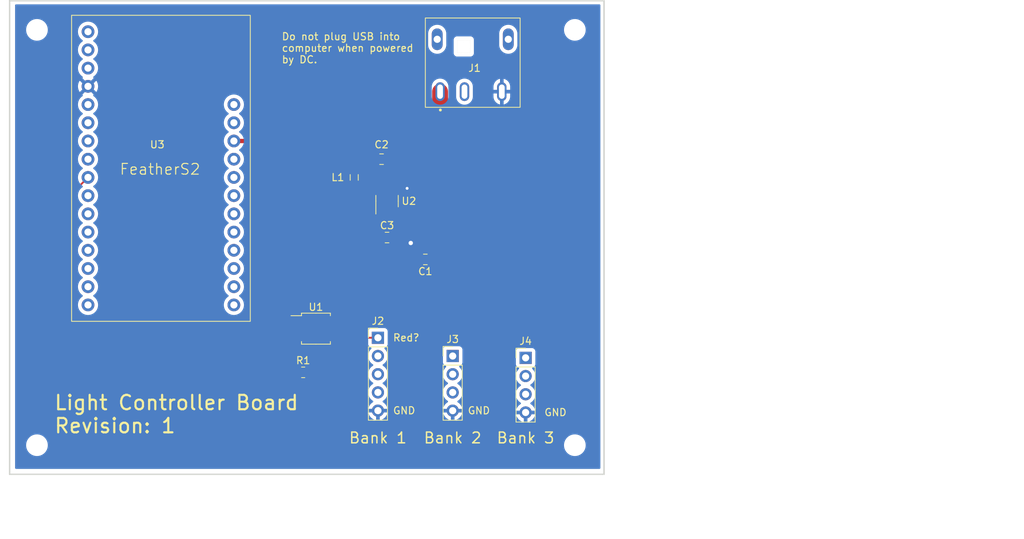
<source format=kicad_pcb>
(kicad_pcb (version 20211014) (generator pcbnew)
  (title_block (rev "1"))
  (layers (0 "F.Cu" signal) (31 "B.Cu" signal) (34 "B.Paste" user) (35 "F.Paste" user) (36 "B.SilkS" user "B.Silkscreen") (37 "F.SilkS" user "F.Silkscreen") (38 "B.Mask" user) (39 "F.Mask" user) (44 "Edge.Cuts" user))
  (net 0 "")
  (net 1 "+24V")
  (net 2 "GND")
  (net 3 "Net-(C2-Pad1)")
  (net 4 "Net-(C2-Pad2)")
  (net 5 "+5V")
  (net 6 "LIGHT1_VIN")
  (net 16 "LIGHT1_CTL")
  (net 42 "Net-(R1-Pad1)")
  (footprint "Resistor_SMD:R_0805_2012Metric" (layer "F.Cu") (at 133.858 100.33)
    (fp_text reference "R1" (at 0 -1.65) (layer "F.SilkS"))
    (fp_text value "3K3")
    (fp_line (start -0.227064 0.735) (end 0.227064 0.735) (layer "F.SilkS") (width 0.12))
    (fp_line (start -0.227064 -0.735) (end 0.227064 -0.735) (layer "F.SilkS") (width 0.12))
    (pad "1" smd roundrect (at -0.9125 0) (size 1.025 1.4) (layers "F.Cu" "F.Paste" "F.Mask") (roundrect_rratio 0.243902) (net 42 "Net-(R1-Pad1)"))
    (pad "2" smd roundrect (at 0.9125 0) (size 1.025 1.4) (layers "F.Cu" "F.Paste" "F.Mask") (roundrect_rratio 0.243902) (net 2 "GND"))
  )
  (footprint "cmumford:FeatherS2" (layer "F.Cu") (at 114.046 71.882)
    (fp_text reference "U3" (at -0.508 -3.302 180) (layer "F.SilkS"))
    (fp_text value "FeatherS2")
    (fp_text user "FeatherS2" (at -0.127 0.127 unlocked) (layer "F.SilkS") (effects (font (size 1.5 1.5))))
    (fp_rect (start -12.446 -21.336) (end 12.446 21.336) (layer "F.SilkS") (width 0.12) (fill none))
    (pad "1" thru_hole circle (at -10.16 -19.05 180) (size 1.778 1.778) (drill 1) (layers *.Cu *.Mask))
    (pad "2" thru_hole circle (at -10.16 -16.51 180) (size 1.778 1.778) (drill 1) (layers *.Cu *.Mask))
    (pad "3" thru_hole circle (at -10.16 -13.97 180) (size 1.778 1.778) (drill 1) (layers *.Cu *.Mask))
    (pad "4" thru_hole circle (at -10.16 -11.43 180) (size 1.778 1.778) (drill 1) (layers *.Cu *.Mask) (net 2 "GND"))
    (pad "5" thru_hole circle (at -10.16 -8.89 180) (size 1.778 1.778) (drill 1) (layers *.Cu *.Mask))
    (pad "6" thru_hole circle (at -10.16 -6.35 180) (size 1.778 1.778) (drill 1) (layers *.Cu *.Mask))
    (pad "7" thru_hole circle (at -10.16 -3.81 180) (size 1.778 1.778) (drill 1) (layers *.Cu *.Mask))
    (pad "8" thru_hole circle (at -10.16 -1.27 180) (size 1.778 1.778) (drill 1) (layers *.Cu *.Mask))
    (pad "9" thru_hole circle (at -10.16 1.27 180) (size 1.778 1.778) (drill 1) (layers *.Cu *.Mask) (net 16 "LIGHT1_CTL"))
    (pad "10" thru_hole circle (at -10.16 3.81 180) (size 1.778 1.778) (drill 1) (layers *.Cu *.Mask))
    (pad "11" thru_hole circle (at -10.16 6.35 180) (size 1.778 1.778) (drill 1) (layers *.Cu *.Mask))
    (pad "12" thru_hole circle (at -10.16 8.89 180) (size 1.778 1.778) (drill 1) (layers *.Cu *.Mask))
    (pad "13" thru_hole circle (at -10.16 11.43 180) (size 1.778 1.778) (drill 1) (layers *.Cu *.Mask))
    (pad "14" thru_hole circle (at -10.16 13.97 180) (size 1.778 1.778) (drill 1) (layers *.Cu *.Mask))
    (pad "15" thru_hole circle (at -10.16 16.51 180) (size 1.778 1.778) (drill 1) (layers *.Cu *.Mask))
    (pad "16" thru_hole circle (at -10.16 19.05 180) (size 1.778 1.778) (drill 1) (layers *.Cu *.Mask))
    (pad "17" thru_hole circle (at 10.16 19.05 180) (size 1.778 1.778) (drill 1) (layers *.Cu *.Mask))
    (pad "18" thru_hole circle (at 10.16 16.51 180) (size 1.778 1.778) (drill 1) (layers *.Cu *.Mask))
    (pad "19" thru_hole circle (at 10.16 13.97 180) (size 1.778 1.778) (drill 1) (layers *.Cu *.Mask))
    (pad "20" thru_hole circle (at 10.16 11.43 180) (size 1.778 1.778) (drill 1) (layers *.Cu *.Mask))
    (pad "21" thru_hole circle (at 10.16 8.89 180) (size 1.778 1.778) (drill 1) (layers *.Cu *.Mask))
    (pad "22" thru_hole circle (at 10.16 6.35 180) (size 1.778 1.778) (drill 1) (layers *.Cu *.Mask))
    (pad "23" thru_hole circle (at 10.16 3.81 180) (size 1.778 1.778) (drill 1) (layers *.Cu *.Mask))
    (pad "24" thru_hole circle (at 10.16 1.27 180) (size 1.778 1.778) (drill 1) (layers *.Cu *.Mask))
    (pad "25" thru_hole circle (at 10.16 -1.27 180) (size 1.778 1.778) (drill 1) (layers *.Cu *.Mask))
    (pad "26" thru_hole circle (at 10.16 -3.81 180) (size 1.778 1.778) (drill 1) (layers *.Cu *.Mask) (net 5 "+5V"))
    (pad "27" thru_hole circle (at 10.16 -6.35 180) (size 1.778 1.778) (drill 1) (layers *.Cu *.Mask))
    (pad "28" thru_hole circle (at 10.16 -8.89 180) (size 1.778 1.778) (drill 1) (layers *.Cu *.Mask))
  )
  (footprint "Capacitor_SMD:C_0805_2012Metric" (layer "F.Cu") (at 150.876 84.582 180)
    (fp_text reference "C1" (at 0 -1.68) (layer "F.SilkS"))
    (fp_text value "10µF")
    (fp_line (start -0.261252 -0.735) (end 0.261252 -0.735) (layer "F.SilkS") (width 0.12))
    (fp_line (start -0.261252 0.735) (end 0.261252 0.735) (layer "F.SilkS") (width 0.12))
    (pad "1" smd roundrect (at -0.95 0 180) (size 1 1.45) (layers "F.Cu" "F.Paste" "F.Mask") (net 1 "+24V"))
    (pad "2" smd roundrect (at 0.95 0 180) (size 1 1.45) (layers "F.Cu" "F.Paste" "F.Mask") (net 2 "GND"))
  )
  (footprint "Capacitor_SMD:C_0805_2012Metric" (layer "F.Cu") (at 144.78 70.612 180)
    (fp_text reference "C2" (at 0 2.032) (layer "F.SilkS"))
    (fp_text value "100nF")
    (fp_line (start -0.261252 -0.735) (end 0.261252 -0.735) (layer "F.SilkS") (width 0.12))
    (fp_line (start -0.261252 0.735) (end 0.261252 0.735) (layer "F.SilkS") (width 0.12))
    (pad "1" smd roundrect (at -0.95 0 180) (size 1 1.45) (layers "F.Cu" "F.Paste" "F.Mask") (net 3 "Net-(C2-Pad1)"))
    (pad "2" smd roundrect (at 0.95 0 180) (size 1 1.45) (layers "F.Cu" "F.Paste" "F.Mask") (net 4 "Net-(C2-Pad2)"))
  )
  (footprint "Connector_PinHeader_2.54mm:PinHeader_1x05_P2.54mm_Vertical" (layer "F.Cu") (at 144.272 95.509)
    (fp_text reference "J2" (at 0 -2.33) (layer "F.SilkS"))
    (fp_text value "Light bank 1")
    (fp_line (start -1.33 1.27) (end 1.33 1.27) (layer "F.SilkS") (width 0.12))
    (fp_line (start -1.33 11.49) (end 1.33 11.49) (layer "F.SilkS") (width 0.12))
    (fp_line (start -1.33 1.27) (end -1.33 11.49) (layer "F.SilkS") (width 0.12))
    (fp_line (start -1.33 0) (end -1.33 -1.33) (layer "F.SilkS") (width 0.12))
    (fp_line (start -1.33 -1.33) (end 0 -1.33) (layer "F.SilkS") (width 0.12))
    (fp_line (start 1.33 1.27) (end 1.33 11.49) (layer "F.SilkS") (width 0.12))
    (pad "1" thru_hole rect (at 0 0) (size 1.7 1.7) (drill 1) (layers *.Cu *.Mask) (net 6 "LIGHT1_VIN"))
    (pad "2" thru_hole oval (at 0 2.54) (size 1.7 1.7) (drill 1) (layers *.Cu *.Mask))
    (pad "3" thru_hole oval (at 0 5.08) (size 1.7 1.7) (drill 1) (layers *.Cu *.Mask))
    (pad "4" thru_hole oval (at 0 7.62) (size 1.7 1.7) (drill 1) (layers *.Cu *.Mask))
    (pad "5" thru_hole oval (at 0 10.16) (size 1.7 1.7) (drill 1) (layers *.Cu *.Mask) (net 2 "GND"))
  )
  (footprint "Inductor_SMD:L_0805_2012Metric" (layer "F.Cu") (at 140.97 73.152 -90)
    (fp_text reference "L1" (at 0 2.286 180) (layer "F.SilkS"))
    (fp_text value "4.7µH")
    (fp_line (start -0.399622 -0.56) (end 0.399622 -0.56) (layer "F.SilkS") (width 0.12))
    (fp_line (start -0.399622 0.56) (end 0.399622 0.56) (layer "F.SilkS") (width 0.12))
    (pad "1" smd roundrect (at -1.0625 0 270) (size 0.875 1.2) (layers "F.Cu" "F.Paste" "F.Mask") (net 4 "Net-(C2-Pad2)"))
    (pad "2" smd roundrect (at 1.0625 0 270) (size 0.875 1.2) (layers "F.Cu" "F.Paste" "F.Mask") (net 5 "+5V"))
  )
  (footprint "Package_SO:SOP-4_3.8x4.1mm_P2.54mm" (layer "F.Cu") (at 135.636 94.234)
    (fp_text reference "U1" (at 0 -3) (layer "F.SilkS"))
    (fp_text value "CPC1002N")
    (fp_line (start 2.01 -2.16) (end 2.01 -1.805) (layer "F.SilkS") (width 0.12))
    (fp_line (start 0 2.16) (end -2.01 2.16) (layer "F.SilkS") (width 0.12))
    (fp_line (start -2.01 -2.16) (end -2.01 -1.805) (layer "F.SilkS") (width 0.12))
    (fp_line (start -2.01 2.16) (end -2.01 1.805) (layer "F.SilkS") (width 0.12))
    (fp_line (start 0 -2.16) (end 2.01 -2.16) (layer "F.SilkS") (width 0.12))
    (fp_line (start 0 -2.16) (end -2.01 -2.16) (layer "F.SilkS") (width 0.12))
    (fp_line (start -2.01 -1.805) (end -3.475 -1.805) (layer "F.SilkS") (width 0.12))
    (fp_line (start 0 2.16) (end 2.01 2.16) (layer "F.SilkS") (width 0.12))
    (fp_line (start 2.01 2.16) (end 2.01 1.805) (layer "F.SilkS") (width 0.12))
    (pad "1" smd roundrect (at -2.75 -1.27) (size 1.45 0.55) (layers "F.Cu" "F.Paste" "F.Mask") (net 16 "LIGHT1_CTL"))
    (pad "2" smd roundrect (at -2.75 1.27) (size 1.45 0.55) (layers "F.Cu" "F.Paste" "F.Mask") (net 42 "Net-(R1-Pad1)"))
    (pad "3" smd roundrect (at 2.75 1.27) (size 1.45 0.55) (layers "F.Cu" "F.Paste" "F.Mask") (net 6 "LIGHT1_VIN"))
    (pad "4" smd roundrect (at 2.75 -1.27) (size 1.45 0.55) (layers "F.Cu" "F.Paste" "F.Mask") (net 1 "+24V"))
  )
  (footprint "Package_TO_SOT_SMD:TSOT-23-6" (layer "F.Cu") (at 145.542 76.454 90)
    (fp_text reference "U2" (at 0 3.048 180) (layer "F.SilkS"))
    (fp_text value "AP63205WU")
    (fp_line (start 0 1.56) (end 0.8 1.56) (layer "F.SilkS") (width 0.12))
    (fp_line (start 0 -1.56) (end 0.8 -1.56) (layer "F.SilkS") (width 0.12))
    (fp_line (start 0 1.56) (end -0.8 1.56) (layer "F.SilkS") (width 0.12))
    (fp_line (start 0 -1.56) (end -1.8 -1.56) (layer "F.SilkS") (width 0.12))
    (pad "1" smd roundrect (at -1.1375 -0.95 90) (size 1.325 0.6) (layers "F.Cu" "F.Paste" "F.Mask") (net 5 "+5V"))
    (pad "2" smd roundrect (at -1.1375 0 90) (size 1.325 0.6) (layers "F.Cu" "F.Paste" "F.Mask") (net 1 "+24V"))
    (pad "3" smd roundrect (at -1.1375 0.95 90) (size 1.325 0.6) (layers "F.Cu" "F.Paste" "F.Mask") (net 1 "+24V"))
    (pad "4" smd roundrect (at 1.1375 0.95 90) (size 1.325 0.6) (layers "F.Cu" "F.Paste" "F.Mask") (net 2 "GND"))
    (pad "5" smd roundrect (at 1.1375 0 90) (size 1.325 0.6) (layers "F.Cu" "F.Paste" "F.Mask") (net 3 "Net-(C2-Pad1)"))
    (pad "6" smd roundrect (at 1.1375 -0.95 90) (size 1.325 0.6) (layers "F.Cu" "F.Paste" "F.Mask") (net 4 "Net-(C2-Pad2)"))
  )
  (footprint "MountingHole:MountingHole_2mm" (layer "F.Cu") (at 96.774 52.578)
    (fp_text reference "H3" hide)
    (fp_text value "MountingHole")
    (pad "" np_thru_hole circle (at 0 0) (size 2 2) (drill 2) (layers *.Cu *.Mask))
  )
  (footprint "Connector_PinHeader_2.54mm:PinHeader_1x04_P2.54mm_Vertical" (layer "F.Cu") (at 164.846 98.308)
    (fp_text reference "J4" (at 0 -2.33) (layer "F.SilkS"))
    (fp_text value "Light Bank 3")
    (fp_line (start -1.33 1.27) (end 1.33 1.27) (layer "F.SilkS") (width 0.12))
    (fp_line (start -1.33 -1.33) (end 0 -1.33) (layer "F.SilkS") (width 0.12))
    (fp_line (start -1.33 0) (end -1.33 -1.33) (layer "F.SilkS") (width 0.12))
    (fp_line (start -1.33 8.95) (end 1.33 8.95) (layer "F.SilkS") (width 0.12))
    (fp_line (start -1.33 1.27) (end -1.33 8.95) (layer "F.SilkS") (width 0.12))
    (fp_line (start 1.33 1.27) (end 1.33 8.95) (layer "F.SilkS") (width 0.12))
    (pad "1" thru_hole rect (at 0 0) (size 1.7 1.7) (drill 1) (layers *.Cu *.Mask))
    (pad "2" thru_hole oval (at 0 2.54) (size 1.7 1.7) (drill 1) (layers *.Cu *.Mask))
    (pad "3" thru_hole oval (at 0 5.08) (size 1.7 1.7) (drill 1) (layers *.Cu *.Mask))
    (pad "4" thru_hole oval (at 0 7.62) (size 1.7 1.7) (drill 1) (layers *.Cu *.Mask) (net 2 "GND"))
  )
  (footprint "MountingHole:MountingHole_2mm" (layer "F.Cu") (at 96.774 110.49)
    (fp_text reference "H4" hide)
    (fp_text value "MountingHole")
    (pad "" np_thru_hole circle (at 0 0) (size 2 2) (drill 2) (layers *.Cu *.Mask))
  )
  (footprint "MountingHole:MountingHole_2mm" (layer "F.Cu") (at 171.704 110.49)
    (fp_text reference "H2" hide)
    (fp_text value "MountingHole")
    (pad "" np_thru_hole circle (at 0 0) (size 2 2) (drill 2) (layers *.Cu *.Mask))
  )
  (footprint "Connector_PinHeader_2.54mm:PinHeader_1x04_P2.54mm_Vertical" (layer "F.Cu") (at 154.686 98.054)
    (fp_text reference "J3" (at 0 -2.33) (layer "F.SilkS"))
    (fp_text value "Light Bank 2")
    (fp_line (start -1.33 8.95) (end 1.33 8.95) (layer "F.SilkS") (width 0.12))
    (fp_line (start 1.33 1.27) (end 1.33 8.95) (layer "F.SilkS") (width 0.12))
    (fp_line (start -1.33 -1.33) (end 0 -1.33) (layer "F.SilkS") (width 0.12))
    (fp_line (start -1.33 0) (end -1.33 -1.33) (layer "F.SilkS") (width 0.12))
    (fp_line (start -1.33 1.27) (end -1.33 8.95) (layer "F.SilkS") (width 0.12))
    (fp_line (start -1.33 1.27) (end 1.33 1.27) (layer "F.SilkS") (width 0.12))
    (pad "1" thru_hole rect (at 0 0) (size 1.7 1.7) (drill 1) (layers *.Cu *.Mask))
    (pad "2" thru_hole oval (at 0 2.54) (size 1.7 1.7) (drill 1) (layers *.Cu *.Mask))
    (pad "3" thru_hole oval (at 0 5.08) (size 1.7 1.7) (drill 1) (layers *.Cu *.Mask))
    (pad "4" thru_hole oval (at 0 7.62) (size 1.7 1.7) (drill 1) (layers *.Cu *.Mask) (net 2 "GND"))
  )
  (footprint "Capacitor_SMD:C_0805_2012Metric" (layer "F.Cu") (at 145.542 81.534)
    (fp_text reference "C3" (at 0 -1.68) (layer "F.SilkS"))
    (fp_text value "2x22µF")
    (fp_line (start -0.261252 -0.735) (end 0.261252 -0.735) (layer "F.SilkS") (width 0.12))
    (fp_line (start -0.261252 0.735) (end 0.261252 0.735) (layer "F.SilkS") (width 0.12))
    (pad "1" smd roundrect (at -0.95 0) (size 1 1.45) (layers "F.Cu" "F.Paste" "F.Mask") (net 5 "+5V"))
    (pad "2" smd roundrect (at 0.95 0) (size 1 1.45) (layers "F.Cu" "F.Paste" "F.Mask") (net 2 "GND"))
  )
  (footprint "MountingHole:MountingHole_2mm" (layer "F.Cu") (at 171.704 52.578)
    (fp_text reference "H1" hide)
    (fp_text value "MountingHole")
    (pad "" np_thru_hole circle (at 0 0) (size 2 2) (drill 2) (layers *.Cu *.Mask))
  )
  (footprint "cmumford:PJ-051AH" (layer "F.Cu") (at 157.48 56.642 90)
    (fp_text reference "J1" (at -1.27 0.254 180) (layer "F.SilkS") (effects (font (size 1.000488 1.000488))))
    (fp_text value "PJ-051AH")
    (fp_rect (start -6.731 -6.604) (end 5.715 6.604) (layer "F.SilkS") (width 0.12) (fill none))
    (fp_circle (center -7.112 -4.51) (end -7.012 -4.51) (layer "F.SilkS") (width 0.2) (fill none))
    (fp_line (start 2.65 -0.35) (end 0.85 -0.35) (layer "Edge.Cuts") (width 0.01))
    (fp_line (start 0.85 -2.15) (end 2.65 -2.15) (layer "Edge.Cuts") (width 0.01))
    (fp_line (start 0.85 -0.35) (end 0.85 -2.15) (layer "Edge.Cuts") (width 0.01))
    (fp_line (start 2.65 -2.15) (end 2.65 -0.35) (layer "Edge.Cuts") (width 0.01))
    (pad "" np_thru_hole circle (at 1.75 -1.25 90) (size 1.3 1.3) (drill 1.3) (layers *.Cu *.Mask))
    (pad "1" thru_hole oval (at -4.55 -4.55 90) (size 2.616 1.308) (drill oval 2 0.8) (layers *.Cu *.Mask) (net 1 "+24V"))
    (pad "2" thru_hole oval (at -4.55 4.05 90) (size 2.616 1.308) (drill oval 2 0.8) (layers *.Cu *.Mask) (net 2 "GND"))
    (pad "3" thru_hole oval (at -4.55 -1.15 90) (size 2.616 1.308) (drill oval 2 0.8) (layers *.Cu *.Mask))
    (pad "S1" thru_hole oval (at 2.75 -4.95 90) (size 3.016 1.508) (drill 1) (layers *.Cu *.Mask))
    (pad "S2" thru_hole oval (at 2.75 4.95 90) (size 3.016 1.508) (drill 1) (layers *.Cu *.Mask))
  )
  (gr_rect (start 92.964 48.514) (end 175.768 114.554) (layer "Edge.Cuts") (width 0.2) (fill none))
  (gr_text "Bank 1" (at 144.272 109.474) (layer "F.SilkS") (effects (font (size 1.5 1.5) (thickness 0.2))))
  (gr_text "Bank 3" (at 164.846 109.474) (layer "F.SilkS") (effects (font (size 1.5 1.5) (thickness 0.2))))
  (gr_text "GND" (at 146.304 105.664) (layer "F.SilkS") (effects (font (size 1 1)) (justify left)))
  (gr_text "Bank 2" (at 154.686 109.474) (layer "F.SilkS") (effects (font (size 1.5 1.5) (thickness 0.2))))
  (gr_text "Red?" (at 146.304 95.504) (layer "F.SilkS") (effects (font (size 1 1)) (justify left)))
  (gr_text "GND" (at 167.386 105.918) (layer "F.SilkS") (effects (font (size 1 1)) (justify left)))
  (gr_text "Light Controller Board\nRevision: ${REVISION}" (at 99.06 106.172) (layer "F.SilkS") (effects (font (size 2 2) (thickness 0.3)) (justify left)))
  (gr_text "GND" (at 156.718 105.664) (layer "F.SilkS") (effects (font (size 1 1)) (justify left)))
  (gr_text "Do not plug USB into\ncomputer when powered\nby DC." (at 130.81 55.118) (layer "F.SilkS") (effects (font (size 1 1)) (justify left)))
  (segment (start 152.93 77.746) (end 152.93 83.478) (width 2.2) (layer "F.Cu") (net 1))
  (segment (start 152.93 61.192) (end 152.93 77.746) (width 2.2) (layer "F.Cu") (net 1))
  (segment (start 149.606 88.9) (end 151.826 86.68) (width 0.6) (layer "F.Cu") (net 1))
  (segment (start 145.542 77.5915) (end 146.492 77.5915) (width 0.6) (layer "F.Cu") (net 1))
  (segment (start 152.7755 77.5915) (end 152.93 77.746) (width 0.6) (layer "F.Cu") (net 1))
  (segment (start 146.492 77.5915) (end 152.7755 77.5915) (width 0.6) (layer "F.Cu") (net 1))
  (segment (start 151.826 86.68) (end 151.826 84.582) (width 0.6) (layer "F.Cu") (net 1))
  (segment (start 138.386 92.964) (end 142.45 88.9) (width 0.6) (layer "F.Cu") (net 1))
  (segment (start 152.93 83.478) (end 151.826 84.582) (width 2.2) (layer "F.Cu") (net 1))
  (segment (start 142.45 88.9) (end 149.606 88.9) (width 0.6) (layer "F.Cu") (net 1))
  (segment (start 146.492 75.3165) (end 147.6955 75.3165) (width 0.4) (layer "F.Cu") (net 2))
  (segment (start 149.926 83.378) (end 148.844 82.296) (width 0.8) (layer "F.Cu") (net 2))
  (segment (start 134.7705 100.33) (end 135.89 100.33) (width 0.25) (layer "F.Cu") (net 2))
  (segment (start 149.926 84.582) (end 149.926 83.378) (width 0.8) (layer "F.Cu") (net 2))
  (segment (start 148.082 81.534) (end 148.844 82.296) (width 0.8) (layer "F.Cu") (net 2))
  (segment (start 146.492 81.534) (end 148.082 81.534) (width 0.8) (layer "F.Cu") (net 2))
  (segment (start 147.6955 75.3165) (end 148.336 74.676) (width 0.4) (layer "F.Cu") (net 2))
  (segment (start 135.89 100.33) (end 141.229 105.669) (width 0.25) (layer "F.Cu") (net 2))
  (segment (start 141.229 105.669) (end 144.272 105.669) (width 0.25) (layer "F.Cu") (net 2))
  (via (at 148.336 74.676) (size 0.8) (drill 0.4) (layers "F.Cu" "B.Cu") (net 2))
  (via (at 148.844 82.296) (size 1.2) (drill 0.6) (layers "F.Cu" "B.Cu") (net 2))
  (segment (start 145.542 75.3165) (end 145.542 70.8) (width 0.6) (layer "F.Cu") (net 3))
  (segment (start 145.542 70.8) (end 145.73 70.612) (width 0.6) (layer "F.Cu") (net 3))
  (segment (start 143.83 73.218) (end 143.83 70.612) (width 0.6) (layer "F.Cu") (net 4))
  (segment (start 142.4475 70.612) (end 140.97 72.0895) (width 0.6) (layer "F.Cu") (net 4))
  (segment (start 143.83 70.612) (end 142.4475 70.612) (width 0.6) (layer "F.Cu") (net 4))
  (segment (start 144.592 75.3165) (end 144.592 73.98) (width 0.6) (layer "F.Cu") (net 4))
  (segment (start 144.592 73.98) (end 143.83 73.218) (width 0.6) (layer "F.Cu") (net 4))
  (segment (start 140.97 75.438) (end 143.1235 77.5915) (width 0.6) (layer "F.Cu") (net 5))
  (segment (start 124.206 68.072) (end 129.794 68.072) (width 0.6) (layer "F.Cu") (net 5))
  (segment (start 140.97 74.2145) (end 140.97 75.438) (width 0.6) (layer "F.Cu") (net 5))
  (segment (start 135.9365 74.2145) (end 140.97 74.2145) (width 0.6) (layer "F.Cu") (net 5))
  (segment (start 129.794 68.072) (end 135.9365 74.2145) (width 0.6) (layer "F.Cu") (net 5))
  (segment (start 144.592 81.534) (end 144.592 77.5915) (width 0.6) (layer "F.Cu") (net 5))
  (segment (start 143.1235 77.5915) (end 144.592 77.5915) (width 0.6) (layer "F.Cu") (net 5))
  (segment (start 144.267 95.504) (end 144.272 95.509) (width 0.8) (layer "F.Cu") (net 6))
  (segment (start 138.386 95.504) (end 144.267 95.504) (width 0.25) (layer "F.Cu") (net 6))
  (segment (start 100.33 95.25) (end 100.33 76.708) (width 0.25) (layer "F.Cu") (net 16))
  (segment (start 125.73 98.298) (end 103.378 98.298) (width 0.25) (layer "F.Cu") (net 16))
  (segment (start 100.33 76.708) (end 103.886 73.152) (width 0.25) (layer "F.Cu") (net 16))
  (segment (start 131.064 92.964) (end 125.73 98.298) (width 0.25) (layer "F.Cu") (net 16))
  (segment (start 132.886 92.964) (end 131.064 92.964) (width 0.25) (layer "F.Cu") (net 16))
  (segment (start 103.378 98.298) (end 100.33 95.25) (width 0.25) (layer "F.Cu") (net 16))
  (segment (start 132.886 100.2705) (end 132.9455 100.33) (width 0.25) (layer "F.Cu") (net 42))
  (segment (start 132.886 95.504) (end 132.886 100.2705) (width 0.25) (layer "F.Cu") (net 42))
  (zone (net 2) (net_name "GND") (layer "B.Cu") (connect_pads (clearance 0.508)) (min_thickness 0.254) (fill yes (thermal_gap 0.508) (thermal_bridge_width 0.508))
    (polygon (pts (xy 175.26 113.792) (xy 93.726 113.792) (xy 93.726 49.022) (xy 175.26 49.022)))
  )
)
</source>
